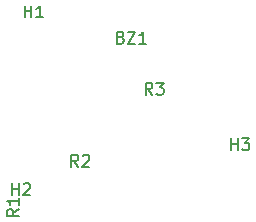
<source format=gbr>
%TF.GenerationSoftware,KiCad,Pcbnew,5.1.10*%
%TF.CreationDate,2021-07-22T14:18:38-07:00*%
%TF.ProjectId,dogbone,646f6762-6f6e-4652-9e6b-696361645f70,rev?*%
%TF.SameCoordinates,Original*%
%TF.FileFunction,Legend,Top*%
%TF.FilePolarity,Positive*%
%FSLAX46Y46*%
G04 Gerber Fmt 4.6, Leading zero omitted, Abs format (unit mm)*
G04 Created by KiCad (PCBNEW 5.1.10) date 2021-07-22 14:18:38*
%MOMM*%
%LPD*%
G01*
G04 APERTURE LIST*
%ADD10C,0.150000*%
G04 APERTURE END LIST*
%TO.C,R3*%
D10*
X58443833Y-88971380D02*
X58110500Y-88495190D01*
X57872404Y-88971380D02*
X57872404Y-87971380D01*
X58253357Y-87971380D01*
X58348595Y-88019000D01*
X58396214Y-88066619D01*
X58443833Y-88161857D01*
X58443833Y-88304714D01*
X58396214Y-88399952D01*
X58348595Y-88447571D01*
X58253357Y-88495190D01*
X57872404Y-88495190D01*
X58777166Y-87971380D02*
X59396214Y-87971380D01*
X59062880Y-88352333D01*
X59205738Y-88352333D01*
X59300976Y-88399952D01*
X59348595Y-88447571D01*
X59396214Y-88542809D01*
X59396214Y-88780904D01*
X59348595Y-88876142D01*
X59300976Y-88923761D01*
X59205738Y-88971380D01*
X58920023Y-88971380D01*
X58824785Y-88923761D01*
X58777166Y-88876142D01*
%TO.C,R2*%
X52157333Y-95067380D02*
X51824000Y-94591190D01*
X51585904Y-95067380D02*
X51585904Y-94067380D01*
X51966857Y-94067380D01*
X52062095Y-94115000D01*
X52109714Y-94162619D01*
X52157333Y-94257857D01*
X52157333Y-94400714D01*
X52109714Y-94495952D01*
X52062095Y-94543571D01*
X51966857Y-94591190D01*
X51585904Y-94591190D01*
X52538285Y-94162619D02*
X52585904Y-94115000D01*
X52681142Y-94067380D01*
X52919238Y-94067380D01*
X53014476Y-94115000D01*
X53062095Y-94162619D01*
X53109714Y-94257857D01*
X53109714Y-94353095D01*
X53062095Y-94495952D01*
X52490666Y-95067380D01*
X53109714Y-95067380D01*
%TO.C,R1*%
X47137580Y-98655166D02*
X46661390Y-98988500D01*
X47137580Y-99226595D02*
X46137580Y-99226595D01*
X46137580Y-98845642D01*
X46185200Y-98750404D01*
X46232819Y-98702785D01*
X46328057Y-98655166D01*
X46470914Y-98655166D01*
X46566152Y-98702785D01*
X46613771Y-98750404D01*
X46661390Y-98845642D01*
X46661390Y-99226595D01*
X47137580Y-97702785D02*
X47137580Y-98274214D01*
X47137580Y-97988500D02*
X46137580Y-97988500D01*
X46280438Y-98083738D01*
X46375676Y-98178976D01*
X46423295Y-98274214D01*
%TO.C,BZ1*%
X55777047Y-84121571D02*
X55919904Y-84169190D01*
X55967523Y-84216809D01*
X56015142Y-84312047D01*
X56015142Y-84454904D01*
X55967523Y-84550142D01*
X55919904Y-84597761D01*
X55824666Y-84645380D01*
X55443714Y-84645380D01*
X55443714Y-83645380D01*
X55777047Y-83645380D01*
X55872285Y-83693000D01*
X55919904Y-83740619D01*
X55967523Y-83835857D01*
X55967523Y-83931095D01*
X55919904Y-84026333D01*
X55872285Y-84073952D01*
X55777047Y-84121571D01*
X55443714Y-84121571D01*
X56348476Y-83645380D02*
X57015142Y-83645380D01*
X56348476Y-84645380D01*
X57015142Y-84645380D01*
X57919904Y-84645380D02*
X57348476Y-84645380D01*
X57634190Y-84645380D02*
X57634190Y-83645380D01*
X57538952Y-83788238D01*
X57443714Y-83883476D01*
X57348476Y-83931095D01*
%TO.C,H3*%
X65087595Y-93670380D02*
X65087595Y-92670380D01*
X65087595Y-93146571D02*
X65659023Y-93146571D01*
X65659023Y-93670380D02*
X65659023Y-92670380D01*
X66039976Y-92670380D02*
X66659023Y-92670380D01*
X66325690Y-93051333D01*
X66468547Y-93051333D01*
X66563785Y-93098952D01*
X66611404Y-93146571D01*
X66659023Y-93241809D01*
X66659023Y-93479904D01*
X66611404Y-93575142D01*
X66563785Y-93622761D01*
X66468547Y-93670380D01*
X66182833Y-93670380D01*
X66087595Y-93622761D01*
X66039976Y-93575142D01*
%TO.C,H2*%
X46545595Y-97480380D02*
X46545595Y-96480380D01*
X46545595Y-96956571D02*
X47117023Y-96956571D01*
X47117023Y-97480380D02*
X47117023Y-96480380D01*
X47545595Y-96575619D02*
X47593214Y-96528000D01*
X47688452Y-96480380D01*
X47926547Y-96480380D01*
X48021785Y-96528000D01*
X48069404Y-96575619D01*
X48117023Y-96670857D01*
X48117023Y-96766095D01*
X48069404Y-96908952D01*
X47497976Y-97480380D01*
X48117023Y-97480380D01*
%TO.C,H1*%
X47625095Y-82430880D02*
X47625095Y-81430880D01*
X47625095Y-81907071D02*
X48196523Y-81907071D01*
X48196523Y-82430880D02*
X48196523Y-81430880D01*
X49196523Y-82430880D02*
X48625095Y-82430880D01*
X48910809Y-82430880D02*
X48910809Y-81430880D01*
X48815571Y-81573738D01*
X48720333Y-81668976D01*
X48625095Y-81716595D01*
%TD*%
M02*

</source>
